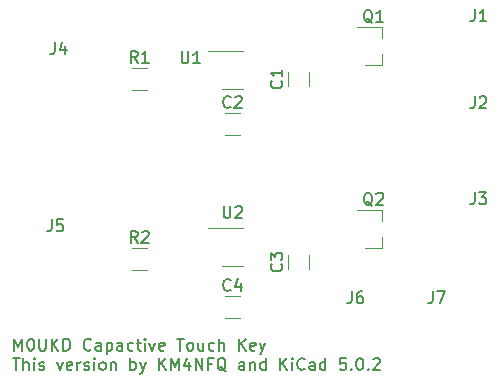
<source format=gbr>
G04 #@! TF.GenerationSoftware,KiCad,Pcbnew,5.0.2+dfsg1-1*
G04 #@! TF.CreationDate,2019-12-11T14:41:31-05:00*
G04 #@! TF.ProjectId,20191204captouchpaddles,32303139-3132-4303-9463-6170746f7563,rev?*
G04 #@! TF.SameCoordinates,Original*
G04 #@! TF.FileFunction,Legend,Top*
G04 #@! TF.FilePolarity,Positive*
%FSLAX46Y46*%
G04 Gerber Fmt 4.6, Leading zero omitted, Abs format (unit mm)*
G04 Created by KiCad (PCBNEW 5.0.2+dfsg1-1) date Wed 11 Dec 2019 02:41:31 PM EST*
%MOMM*%
%LPD*%
G01*
G04 APERTURE LIST*
%ADD10C,0.150000*%
%ADD11C,0.120000*%
G04 APERTURE END LIST*
D10*
X139273595Y-113927380D02*
X139273595Y-112927380D01*
X139606928Y-113641666D01*
X139940261Y-112927380D01*
X139940261Y-113927380D01*
X140606928Y-112927380D02*
X140702166Y-112927380D01*
X140797404Y-112975000D01*
X140845023Y-113022619D01*
X140892642Y-113117857D01*
X140940261Y-113308333D01*
X140940261Y-113546428D01*
X140892642Y-113736904D01*
X140845023Y-113832142D01*
X140797404Y-113879761D01*
X140702166Y-113927380D01*
X140606928Y-113927380D01*
X140511690Y-113879761D01*
X140464071Y-113832142D01*
X140416452Y-113736904D01*
X140368833Y-113546428D01*
X140368833Y-113308333D01*
X140416452Y-113117857D01*
X140464071Y-113022619D01*
X140511690Y-112975000D01*
X140606928Y-112927380D01*
X141368833Y-112927380D02*
X141368833Y-113736904D01*
X141416452Y-113832142D01*
X141464071Y-113879761D01*
X141559309Y-113927380D01*
X141749785Y-113927380D01*
X141845023Y-113879761D01*
X141892642Y-113832142D01*
X141940261Y-113736904D01*
X141940261Y-112927380D01*
X142416452Y-113927380D02*
X142416452Y-112927380D01*
X142987880Y-113927380D02*
X142559309Y-113355952D01*
X142987880Y-112927380D02*
X142416452Y-113498809D01*
X143416452Y-113927380D02*
X143416452Y-112927380D01*
X143654547Y-112927380D01*
X143797404Y-112975000D01*
X143892642Y-113070238D01*
X143940261Y-113165476D01*
X143987880Y-113355952D01*
X143987880Y-113498809D01*
X143940261Y-113689285D01*
X143892642Y-113784523D01*
X143797404Y-113879761D01*
X143654547Y-113927380D01*
X143416452Y-113927380D01*
X145749785Y-113832142D02*
X145702166Y-113879761D01*
X145559309Y-113927380D01*
X145464071Y-113927380D01*
X145321214Y-113879761D01*
X145225976Y-113784523D01*
X145178357Y-113689285D01*
X145130738Y-113498809D01*
X145130738Y-113355952D01*
X145178357Y-113165476D01*
X145225976Y-113070238D01*
X145321214Y-112975000D01*
X145464071Y-112927380D01*
X145559309Y-112927380D01*
X145702166Y-112975000D01*
X145749785Y-113022619D01*
X146606928Y-113927380D02*
X146606928Y-113403571D01*
X146559309Y-113308333D01*
X146464071Y-113260714D01*
X146273595Y-113260714D01*
X146178357Y-113308333D01*
X146606928Y-113879761D02*
X146511690Y-113927380D01*
X146273595Y-113927380D01*
X146178357Y-113879761D01*
X146130738Y-113784523D01*
X146130738Y-113689285D01*
X146178357Y-113594047D01*
X146273595Y-113546428D01*
X146511690Y-113546428D01*
X146606928Y-113498809D01*
X147083119Y-113260714D02*
X147083119Y-114260714D01*
X147083119Y-113308333D02*
X147178357Y-113260714D01*
X147368833Y-113260714D01*
X147464071Y-113308333D01*
X147511690Y-113355952D01*
X147559309Y-113451190D01*
X147559309Y-113736904D01*
X147511690Y-113832142D01*
X147464071Y-113879761D01*
X147368833Y-113927380D01*
X147178357Y-113927380D01*
X147083119Y-113879761D01*
X148416452Y-113927380D02*
X148416452Y-113403571D01*
X148368833Y-113308333D01*
X148273595Y-113260714D01*
X148083119Y-113260714D01*
X147987880Y-113308333D01*
X148416452Y-113879761D02*
X148321214Y-113927380D01*
X148083119Y-113927380D01*
X147987880Y-113879761D01*
X147940261Y-113784523D01*
X147940261Y-113689285D01*
X147987880Y-113594047D01*
X148083119Y-113546428D01*
X148321214Y-113546428D01*
X148416452Y-113498809D01*
X149321214Y-113879761D02*
X149225976Y-113927380D01*
X149035500Y-113927380D01*
X148940261Y-113879761D01*
X148892642Y-113832142D01*
X148845023Y-113736904D01*
X148845023Y-113451190D01*
X148892642Y-113355952D01*
X148940261Y-113308333D01*
X149035500Y-113260714D01*
X149225976Y-113260714D01*
X149321214Y-113308333D01*
X149606928Y-113260714D02*
X149987880Y-113260714D01*
X149749785Y-112927380D02*
X149749785Y-113784523D01*
X149797404Y-113879761D01*
X149892642Y-113927380D01*
X149987880Y-113927380D01*
X150321214Y-113927380D02*
X150321214Y-113260714D01*
X150321214Y-112927380D02*
X150273595Y-112975000D01*
X150321214Y-113022619D01*
X150368833Y-112975000D01*
X150321214Y-112927380D01*
X150321214Y-113022619D01*
X150702166Y-113260714D02*
X150940261Y-113927380D01*
X151178357Y-113260714D01*
X151940261Y-113879761D02*
X151845023Y-113927380D01*
X151654547Y-113927380D01*
X151559309Y-113879761D01*
X151511690Y-113784523D01*
X151511690Y-113403571D01*
X151559309Y-113308333D01*
X151654547Y-113260714D01*
X151845023Y-113260714D01*
X151940261Y-113308333D01*
X151987880Y-113403571D01*
X151987880Y-113498809D01*
X151511690Y-113594047D01*
X153035500Y-112927380D02*
X153606928Y-112927380D01*
X153321214Y-113927380D02*
X153321214Y-112927380D01*
X154083119Y-113927380D02*
X153987880Y-113879761D01*
X153940261Y-113832142D01*
X153892642Y-113736904D01*
X153892642Y-113451190D01*
X153940261Y-113355952D01*
X153987880Y-113308333D01*
X154083119Y-113260714D01*
X154225976Y-113260714D01*
X154321214Y-113308333D01*
X154368833Y-113355952D01*
X154416452Y-113451190D01*
X154416452Y-113736904D01*
X154368833Y-113832142D01*
X154321214Y-113879761D01*
X154225976Y-113927380D01*
X154083119Y-113927380D01*
X155273595Y-113260714D02*
X155273595Y-113927380D01*
X154845023Y-113260714D02*
X154845023Y-113784523D01*
X154892642Y-113879761D01*
X154987880Y-113927380D01*
X155130738Y-113927380D01*
X155225976Y-113879761D01*
X155273595Y-113832142D01*
X156178357Y-113879761D02*
X156083119Y-113927380D01*
X155892642Y-113927380D01*
X155797404Y-113879761D01*
X155749785Y-113832142D01*
X155702166Y-113736904D01*
X155702166Y-113451190D01*
X155749785Y-113355952D01*
X155797404Y-113308333D01*
X155892642Y-113260714D01*
X156083119Y-113260714D01*
X156178357Y-113308333D01*
X156606928Y-113927380D02*
X156606928Y-112927380D01*
X157035500Y-113927380D02*
X157035500Y-113403571D01*
X156987880Y-113308333D01*
X156892642Y-113260714D01*
X156749785Y-113260714D01*
X156654547Y-113308333D01*
X156606928Y-113355952D01*
X158273595Y-113927380D02*
X158273595Y-112927380D01*
X158845023Y-113927380D02*
X158416452Y-113355952D01*
X158845023Y-112927380D02*
X158273595Y-113498809D01*
X159654547Y-113879761D02*
X159559309Y-113927380D01*
X159368833Y-113927380D01*
X159273595Y-113879761D01*
X159225976Y-113784523D01*
X159225976Y-113403571D01*
X159273595Y-113308333D01*
X159368833Y-113260714D01*
X159559309Y-113260714D01*
X159654547Y-113308333D01*
X159702166Y-113403571D01*
X159702166Y-113498809D01*
X159225976Y-113594047D01*
X160035500Y-113260714D02*
X160273595Y-113927380D01*
X160511690Y-113260714D02*
X160273595Y-113927380D01*
X160178357Y-114165476D01*
X160130738Y-114213095D01*
X160035500Y-114260714D01*
X139130738Y-114577380D02*
X139702166Y-114577380D01*
X139416452Y-115577380D02*
X139416452Y-114577380D01*
X140035500Y-115577380D02*
X140035500Y-114577380D01*
X140464071Y-115577380D02*
X140464071Y-115053571D01*
X140416452Y-114958333D01*
X140321214Y-114910714D01*
X140178357Y-114910714D01*
X140083119Y-114958333D01*
X140035500Y-115005952D01*
X140940261Y-115577380D02*
X140940261Y-114910714D01*
X140940261Y-114577380D02*
X140892642Y-114625000D01*
X140940261Y-114672619D01*
X140987880Y-114625000D01*
X140940261Y-114577380D01*
X140940261Y-114672619D01*
X141368833Y-115529761D02*
X141464071Y-115577380D01*
X141654547Y-115577380D01*
X141749785Y-115529761D01*
X141797404Y-115434523D01*
X141797404Y-115386904D01*
X141749785Y-115291666D01*
X141654547Y-115244047D01*
X141511690Y-115244047D01*
X141416452Y-115196428D01*
X141368833Y-115101190D01*
X141368833Y-115053571D01*
X141416452Y-114958333D01*
X141511690Y-114910714D01*
X141654547Y-114910714D01*
X141749785Y-114958333D01*
X142892642Y-114910714D02*
X143130738Y-115577380D01*
X143368833Y-114910714D01*
X144130738Y-115529761D02*
X144035500Y-115577380D01*
X143845023Y-115577380D01*
X143749785Y-115529761D01*
X143702166Y-115434523D01*
X143702166Y-115053571D01*
X143749785Y-114958333D01*
X143845023Y-114910714D01*
X144035500Y-114910714D01*
X144130738Y-114958333D01*
X144178357Y-115053571D01*
X144178357Y-115148809D01*
X143702166Y-115244047D01*
X144606928Y-115577380D02*
X144606928Y-114910714D01*
X144606928Y-115101190D02*
X144654547Y-115005952D01*
X144702166Y-114958333D01*
X144797404Y-114910714D01*
X144892642Y-114910714D01*
X145178357Y-115529761D02*
X145273595Y-115577380D01*
X145464071Y-115577380D01*
X145559309Y-115529761D01*
X145606928Y-115434523D01*
X145606928Y-115386904D01*
X145559309Y-115291666D01*
X145464071Y-115244047D01*
X145321214Y-115244047D01*
X145225976Y-115196428D01*
X145178357Y-115101190D01*
X145178357Y-115053571D01*
X145225976Y-114958333D01*
X145321214Y-114910714D01*
X145464071Y-114910714D01*
X145559309Y-114958333D01*
X146035500Y-115577380D02*
X146035500Y-114910714D01*
X146035500Y-114577380D02*
X145987880Y-114625000D01*
X146035500Y-114672619D01*
X146083119Y-114625000D01*
X146035500Y-114577380D01*
X146035500Y-114672619D01*
X146654547Y-115577380D02*
X146559309Y-115529761D01*
X146511690Y-115482142D01*
X146464071Y-115386904D01*
X146464071Y-115101190D01*
X146511690Y-115005952D01*
X146559309Y-114958333D01*
X146654547Y-114910714D01*
X146797404Y-114910714D01*
X146892642Y-114958333D01*
X146940261Y-115005952D01*
X146987880Y-115101190D01*
X146987880Y-115386904D01*
X146940261Y-115482142D01*
X146892642Y-115529761D01*
X146797404Y-115577380D01*
X146654547Y-115577380D01*
X147416452Y-114910714D02*
X147416452Y-115577380D01*
X147416452Y-115005952D02*
X147464071Y-114958333D01*
X147559309Y-114910714D01*
X147702166Y-114910714D01*
X147797404Y-114958333D01*
X147845023Y-115053571D01*
X147845023Y-115577380D01*
X149083119Y-115577380D02*
X149083119Y-114577380D01*
X149083119Y-114958333D02*
X149178357Y-114910714D01*
X149368833Y-114910714D01*
X149464071Y-114958333D01*
X149511690Y-115005952D01*
X149559309Y-115101190D01*
X149559309Y-115386904D01*
X149511690Y-115482142D01*
X149464071Y-115529761D01*
X149368833Y-115577380D01*
X149178357Y-115577380D01*
X149083119Y-115529761D01*
X149892642Y-114910714D02*
X150130738Y-115577380D01*
X150368833Y-114910714D02*
X150130738Y-115577380D01*
X150035500Y-115815476D01*
X149987880Y-115863095D01*
X149892642Y-115910714D01*
X151511690Y-115577380D02*
X151511690Y-114577380D01*
X152083119Y-115577380D02*
X151654547Y-115005952D01*
X152083119Y-114577380D02*
X151511690Y-115148809D01*
X152511690Y-115577380D02*
X152511690Y-114577380D01*
X152845023Y-115291666D01*
X153178357Y-114577380D01*
X153178357Y-115577380D01*
X154083119Y-114910714D02*
X154083119Y-115577380D01*
X153845023Y-114529761D02*
X153606928Y-115244047D01*
X154225976Y-115244047D01*
X154606928Y-115577380D02*
X154606928Y-114577380D01*
X155178357Y-115577380D01*
X155178357Y-114577380D01*
X155987880Y-115053571D02*
X155654547Y-115053571D01*
X155654547Y-115577380D02*
X155654547Y-114577380D01*
X156130738Y-114577380D01*
X157178357Y-115672619D02*
X157083119Y-115625000D01*
X156987880Y-115529761D01*
X156845023Y-115386904D01*
X156749785Y-115339285D01*
X156654547Y-115339285D01*
X156702166Y-115577380D02*
X156606928Y-115529761D01*
X156511690Y-115434523D01*
X156464071Y-115244047D01*
X156464071Y-114910714D01*
X156511690Y-114720238D01*
X156606928Y-114625000D01*
X156702166Y-114577380D01*
X156892642Y-114577380D01*
X156987880Y-114625000D01*
X157083119Y-114720238D01*
X157130738Y-114910714D01*
X157130738Y-115244047D01*
X157083119Y-115434523D01*
X156987880Y-115529761D01*
X156892642Y-115577380D01*
X156702166Y-115577380D01*
X158749785Y-115577380D02*
X158749785Y-115053571D01*
X158702166Y-114958333D01*
X158606928Y-114910714D01*
X158416452Y-114910714D01*
X158321214Y-114958333D01*
X158749785Y-115529761D02*
X158654547Y-115577380D01*
X158416452Y-115577380D01*
X158321214Y-115529761D01*
X158273595Y-115434523D01*
X158273595Y-115339285D01*
X158321214Y-115244047D01*
X158416452Y-115196428D01*
X158654547Y-115196428D01*
X158749785Y-115148809D01*
X159225976Y-114910714D02*
X159225976Y-115577380D01*
X159225976Y-115005952D02*
X159273595Y-114958333D01*
X159368833Y-114910714D01*
X159511690Y-114910714D01*
X159606928Y-114958333D01*
X159654547Y-115053571D01*
X159654547Y-115577380D01*
X160559309Y-115577380D02*
X160559309Y-114577380D01*
X160559309Y-115529761D02*
X160464071Y-115577380D01*
X160273595Y-115577380D01*
X160178357Y-115529761D01*
X160130738Y-115482142D01*
X160083119Y-115386904D01*
X160083119Y-115101190D01*
X160130738Y-115005952D01*
X160178357Y-114958333D01*
X160273595Y-114910714D01*
X160464071Y-114910714D01*
X160559309Y-114958333D01*
X161797404Y-115577380D02*
X161797404Y-114577380D01*
X162368833Y-115577380D02*
X161940261Y-115005952D01*
X162368833Y-114577380D02*
X161797404Y-115148809D01*
X162797404Y-115577380D02*
X162797404Y-114910714D01*
X162797404Y-114577380D02*
X162749785Y-114625000D01*
X162797404Y-114672619D01*
X162845023Y-114625000D01*
X162797404Y-114577380D01*
X162797404Y-114672619D01*
X163845023Y-115482142D02*
X163797404Y-115529761D01*
X163654547Y-115577380D01*
X163559309Y-115577380D01*
X163416452Y-115529761D01*
X163321214Y-115434523D01*
X163273595Y-115339285D01*
X163225976Y-115148809D01*
X163225976Y-115005952D01*
X163273595Y-114815476D01*
X163321214Y-114720238D01*
X163416452Y-114625000D01*
X163559309Y-114577380D01*
X163654547Y-114577380D01*
X163797404Y-114625000D01*
X163845023Y-114672619D01*
X164702166Y-115577380D02*
X164702166Y-115053571D01*
X164654547Y-114958333D01*
X164559309Y-114910714D01*
X164368833Y-114910714D01*
X164273595Y-114958333D01*
X164702166Y-115529761D02*
X164606928Y-115577380D01*
X164368833Y-115577380D01*
X164273595Y-115529761D01*
X164225976Y-115434523D01*
X164225976Y-115339285D01*
X164273595Y-115244047D01*
X164368833Y-115196428D01*
X164606928Y-115196428D01*
X164702166Y-115148809D01*
X165606928Y-115577380D02*
X165606928Y-114577380D01*
X165606928Y-115529761D02*
X165511690Y-115577380D01*
X165321214Y-115577380D01*
X165225976Y-115529761D01*
X165178357Y-115482142D01*
X165130738Y-115386904D01*
X165130738Y-115101190D01*
X165178357Y-115005952D01*
X165225976Y-114958333D01*
X165321214Y-114910714D01*
X165511690Y-114910714D01*
X165606928Y-114958333D01*
X167321214Y-114577380D02*
X166845023Y-114577380D01*
X166797404Y-115053571D01*
X166845023Y-115005952D01*
X166940261Y-114958333D01*
X167178357Y-114958333D01*
X167273595Y-115005952D01*
X167321214Y-115053571D01*
X167368833Y-115148809D01*
X167368833Y-115386904D01*
X167321214Y-115482142D01*
X167273595Y-115529761D01*
X167178357Y-115577380D01*
X166940261Y-115577380D01*
X166845023Y-115529761D01*
X166797404Y-115482142D01*
X167797404Y-115482142D02*
X167845023Y-115529761D01*
X167797404Y-115577380D01*
X167749785Y-115529761D01*
X167797404Y-115482142D01*
X167797404Y-115577380D01*
X168464071Y-114577380D02*
X168559309Y-114577380D01*
X168654547Y-114625000D01*
X168702166Y-114672619D01*
X168749785Y-114767857D01*
X168797404Y-114958333D01*
X168797404Y-115196428D01*
X168749785Y-115386904D01*
X168702166Y-115482142D01*
X168654547Y-115529761D01*
X168559309Y-115577380D01*
X168464071Y-115577380D01*
X168368833Y-115529761D01*
X168321214Y-115482142D01*
X168273595Y-115386904D01*
X168225976Y-115196428D01*
X168225976Y-114958333D01*
X168273595Y-114767857D01*
X168321214Y-114672619D01*
X168368833Y-114625000D01*
X168464071Y-114577380D01*
X169225976Y-115482142D02*
X169273595Y-115529761D01*
X169225976Y-115577380D01*
X169178357Y-115529761D01*
X169225976Y-115482142D01*
X169225976Y-115577380D01*
X169654547Y-114672619D02*
X169702166Y-114625000D01*
X169797404Y-114577380D01*
X170035500Y-114577380D01*
X170130738Y-114625000D01*
X170178357Y-114672619D01*
X170225976Y-114767857D01*
X170225976Y-114863095D01*
X170178357Y-115005952D01*
X169606928Y-115577380D01*
X170225976Y-115577380D01*
D11*
G04 #@! TO.C,C1*
X164232000Y-91534064D02*
X164232000Y-90329936D01*
X162412000Y-91534064D02*
X162412000Y-90329936D01*
G04 #@! TO.C,C2*
X157131936Y-93832000D02*
X158336064Y-93832000D01*
X157131936Y-95652000D02*
X158336064Y-95652000D01*
G04 #@! TO.C,C3*
X164232000Y-107028064D02*
X164232000Y-105823936D01*
X162412000Y-107028064D02*
X162412000Y-105823936D01*
G04 #@! TO.C,C4*
X157131936Y-109326000D02*
X158336064Y-109326000D01*
X157131936Y-111146000D02*
X158336064Y-111146000D01*
G04 #@! TO.C,Q1*
X170432000Y-89718000D02*
X168972000Y-89718000D01*
X170432000Y-86558000D02*
X168272000Y-86558000D01*
X170432000Y-86558000D02*
X170432000Y-87488000D01*
X170432000Y-89718000D02*
X170432000Y-88788000D01*
G04 #@! TO.C,Q2*
X170432000Y-105212000D02*
X170432000Y-104282000D01*
X170432000Y-102052000D02*
X170432000Y-102982000D01*
X170432000Y-102052000D02*
X168272000Y-102052000D01*
X170432000Y-105212000D02*
X168972000Y-105212000D01*
G04 #@! TO.C,R1*
X149257936Y-90022000D02*
X150462064Y-90022000D01*
X149257936Y-91842000D02*
X150462064Y-91842000D01*
G04 #@! TO.C,R2*
X149257936Y-107082000D02*
X150462064Y-107082000D01*
X149257936Y-105262000D02*
X150462064Y-105262000D01*
G04 #@! TO.C,U1*
X156834000Y-91780000D02*
X158634000Y-91780000D01*
X158634000Y-88560000D02*
X155684000Y-88560000D01*
G04 #@! TO.C,U2*
X158634000Y-103546000D02*
X155684000Y-103546000D01*
X156834000Y-106766000D02*
X158634000Y-106766000D01*
G04 #@! TO.C,C1*
D10*
X161859142Y-91098666D02*
X161906761Y-91146285D01*
X161954380Y-91289142D01*
X161954380Y-91384380D01*
X161906761Y-91527238D01*
X161811523Y-91622476D01*
X161716285Y-91670095D01*
X161525809Y-91717714D01*
X161382952Y-91717714D01*
X161192476Y-91670095D01*
X161097238Y-91622476D01*
X161002000Y-91527238D01*
X160954380Y-91384380D01*
X160954380Y-91289142D01*
X161002000Y-91146285D01*
X161049619Y-91098666D01*
X161954380Y-90146285D02*
X161954380Y-90717714D01*
X161954380Y-90432000D02*
X160954380Y-90432000D01*
X161097238Y-90527238D01*
X161192476Y-90622476D01*
X161240095Y-90717714D01*
G04 #@! TO.C,C2*
X157567333Y-93279142D02*
X157519714Y-93326761D01*
X157376857Y-93374380D01*
X157281619Y-93374380D01*
X157138761Y-93326761D01*
X157043523Y-93231523D01*
X156995904Y-93136285D01*
X156948285Y-92945809D01*
X156948285Y-92802952D01*
X156995904Y-92612476D01*
X157043523Y-92517238D01*
X157138761Y-92422000D01*
X157281619Y-92374380D01*
X157376857Y-92374380D01*
X157519714Y-92422000D01*
X157567333Y-92469619D01*
X157948285Y-92469619D02*
X157995904Y-92422000D01*
X158091142Y-92374380D01*
X158329238Y-92374380D01*
X158424476Y-92422000D01*
X158472095Y-92469619D01*
X158519714Y-92564857D01*
X158519714Y-92660095D01*
X158472095Y-92802952D01*
X157900666Y-93374380D01*
X158519714Y-93374380D01*
G04 #@! TO.C,C3*
X161859142Y-106592666D02*
X161906761Y-106640285D01*
X161954380Y-106783142D01*
X161954380Y-106878380D01*
X161906761Y-107021238D01*
X161811523Y-107116476D01*
X161716285Y-107164095D01*
X161525809Y-107211714D01*
X161382952Y-107211714D01*
X161192476Y-107164095D01*
X161097238Y-107116476D01*
X161002000Y-107021238D01*
X160954380Y-106878380D01*
X160954380Y-106783142D01*
X161002000Y-106640285D01*
X161049619Y-106592666D01*
X160954380Y-106259333D02*
X160954380Y-105640285D01*
X161335333Y-105973619D01*
X161335333Y-105830761D01*
X161382952Y-105735523D01*
X161430571Y-105687904D01*
X161525809Y-105640285D01*
X161763904Y-105640285D01*
X161859142Y-105687904D01*
X161906761Y-105735523D01*
X161954380Y-105830761D01*
X161954380Y-106116476D01*
X161906761Y-106211714D01*
X161859142Y-106259333D01*
G04 #@! TO.C,C4*
X157567333Y-108773142D02*
X157519714Y-108820761D01*
X157376857Y-108868380D01*
X157281619Y-108868380D01*
X157138761Y-108820761D01*
X157043523Y-108725523D01*
X156995904Y-108630285D01*
X156948285Y-108439809D01*
X156948285Y-108296952D01*
X156995904Y-108106476D01*
X157043523Y-108011238D01*
X157138761Y-107916000D01*
X157281619Y-107868380D01*
X157376857Y-107868380D01*
X157519714Y-107916000D01*
X157567333Y-107963619D01*
X158424476Y-108201714D02*
X158424476Y-108868380D01*
X158186380Y-107820761D02*
X157948285Y-108535047D01*
X158567333Y-108535047D01*
G04 #@! TO.C,J1*
X178228666Y-85050380D02*
X178228666Y-85764666D01*
X178181047Y-85907523D01*
X178085809Y-86002761D01*
X177942952Y-86050380D01*
X177847714Y-86050380D01*
X179228666Y-86050380D02*
X178657238Y-86050380D01*
X178942952Y-86050380D02*
X178942952Y-85050380D01*
X178847714Y-85193238D01*
X178752476Y-85288476D01*
X178657238Y-85336095D01*
G04 #@! TO.C,J2*
X178228666Y-92416380D02*
X178228666Y-93130666D01*
X178181047Y-93273523D01*
X178085809Y-93368761D01*
X177942952Y-93416380D01*
X177847714Y-93416380D01*
X178657238Y-92511619D02*
X178704857Y-92464000D01*
X178800095Y-92416380D01*
X179038190Y-92416380D01*
X179133428Y-92464000D01*
X179181047Y-92511619D01*
X179228666Y-92606857D01*
X179228666Y-92702095D01*
X179181047Y-92844952D01*
X178609619Y-93416380D01*
X179228666Y-93416380D01*
G04 #@! TO.C,J3*
X178228666Y-100544380D02*
X178228666Y-101258666D01*
X178181047Y-101401523D01*
X178085809Y-101496761D01*
X177942952Y-101544380D01*
X177847714Y-101544380D01*
X178609619Y-100544380D02*
X179228666Y-100544380D01*
X178895333Y-100925333D01*
X179038190Y-100925333D01*
X179133428Y-100972952D01*
X179181047Y-101020571D01*
X179228666Y-101115809D01*
X179228666Y-101353904D01*
X179181047Y-101449142D01*
X179133428Y-101496761D01*
X179038190Y-101544380D01*
X178752476Y-101544380D01*
X178657238Y-101496761D01*
X178609619Y-101449142D01*
G04 #@! TO.C,J4*
X142668666Y-87844380D02*
X142668666Y-88558666D01*
X142621047Y-88701523D01*
X142525809Y-88796761D01*
X142382952Y-88844380D01*
X142287714Y-88844380D01*
X143573428Y-88177714D02*
X143573428Y-88844380D01*
X143335333Y-87796761D02*
X143097238Y-88511047D01*
X143716285Y-88511047D01*
G04 #@! TO.C,J5*
X142414666Y-102830380D02*
X142414666Y-103544666D01*
X142367047Y-103687523D01*
X142271809Y-103782761D01*
X142128952Y-103830380D01*
X142033714Y-103830380D01*
X143367047Y-102830380D02*
X142890857Y-102830380D01*
X142843238Y-103306571D01*
X142890857Y-103258952D01*
X142986095Y-103211333D01*
X143224190Y-103211333D01*
X143319428Y-103258952D01*
X143367047Y-103306571D01*
X143414666Y-103401809D01*
X143414666Y-103639904D01*
X143367047Y-103735142D01*
X143319428Y-103782761D01*
X143224190Y-103830380D01*
X142986095Y-103830380D01*
X142890857Y-103782761D01*
X142843238Y-103735142D01*
G04 #@! TO.C,J6*
X167814666Y-108926380D02*
X167814666Y-109640666D01*
X167767047Y-109783523D01*
X167671809Y-109878761D01*
X167528952Y-109926380D01*
X167433714Y-109926380D01*
X168719428Y-108926380D02*
X168528952Y-108926380D01*
X168433714Y-108974000D01*
X168386095Y-109021619D01*
X168290857Y-109164476D01*
X168243238Y-109354952D01*
X168243238Y-109735904D01*
X168290857Y-109831142D01*
X168338476Y-109878761D01*
X168433714Y-109926380D01*
X168624190Y-109926380D01*
X168719428Y-109878761D01*
X168767047Y-109831142D01*
X168814666Y-109735904D01*
X168814666Y-109497809D01*
X168767047Y-109402571D01*
X168719428Y-109354952D01*
X168624190Y-109307333D01*
X168433714Y-109307333D01*
X168338476Y-109354952D01*
X168290857Y-109402571D01*
X168243238Y-109497809D01*
G04 #@! TO.C,J7*
X174672666Y-108926380D02*
X174672666Y-109640666D01*
X174625047Y-109783523D01*
X174529809Y-109878761D01*
X174386952Y-109926380D01*
X174291714Y-109926380D01*
X175053619Y-108926380D02*
X175720285Y-108926380D01*
X175291714Y-109926380D01*
G04 #@! TO.C,Q1*
X169576761Y-86185619D02*
X169481523Y-86138000D01*
X169386285Y-86042761D01*
X169243428Y-85899904D01*
X169148190Y-85852285D01*
X169052952Y-85852285D01*
X169100571Y-86090380D02*
X169005333Y-86042761D01*
X168910095Y-85947523D01*
X168862476Y-85757047D01*
X168862476Y-85423714D01*
X168910095Y-85233238D01*
X169005333Y-85138000D01*
X169100571Y-85090380D01*
X169291047Y-85090380D01*
X169386285Y-85138000D01*
X169481523Y-85233238D01*
X169529142Y-85423714D01*
X169529142Y-85757047D01*
X169481523Y-85947523D01*
X169386285Y-86042761D01*
X169291047Y-86090380D01*
X169100571Y-86090380D01*
X170481523Y-86090380D02*
X169910095Y-86090380D01*
X170195809Y-86090380D02*
X170195809Y-85090380D01*
X170100571Y-85233238D01*
X170005333Y-85328476D01*
X169910095Y-85376095D01*
G04 #@! TO.C,Q2*
X169576761Y-101679619D02*
X169481523Y-101632000D01*
X169386285Y-101536761D01*
X169243428Y-101393904D01*
X169148190Y-101346285D01*
X169052952Y-101346285D01*
X169100571Y-101584380D02*
X169005333Y-101536761D01*
X168910095Y-101441523D01*
X168862476Y-101251047D01*
X168862476Y-100917714D01*
X168910095Y-100727238D01*
X169005333Y-100632000D01*
X169100571Y-100584380D01*
X169291047Y-100584380D01*
X169386285Y-100632000D01*
X169481523Y-100727238D01*
X169529142Y-100917714D01*
X169529142Y-101251047D01*
X169481523Y-101441523D01*
X169386285Y-101536761D01*
X169291047Y-101584380D01*
X169100571Y-101584380D01*
X169910095Y-100679619D02*
X169957714Y-100632000D01*
X170052952Y-100584380D01*
X170291047Y-100584380D01*
X170386285Y-100632000D01*
X170433904Y-100679619D01*
X170481523Y-100774857D01*
X170481523Y-100870095D01*
X170433904Y-101012952D01*
X169862476Y-101584380D01*
X170481523Y-101584380D01*
G04 #@! TO.C,R1*
X149693333Y-89564380D02*
X149360000Y-89088190D01*
X149121904Y-89564380D02*
X149121904Y-88564380D01*
X149502857Y-88564380D01*
X149598095Y-88612000D01*
X149645714Y-88659619D01*
X149693333Y-88754857D01*
X149693333Y-88897714D01*
X149645714Y-88992952D01*
X149598095Y-89040571D01*
X149502857Y-89088190D01*
X149121904Y-89088190D01*
X150645714Y-89564380D02*
X150074285Y-89564380D01*
X150360000Y-89564380D02*
X150360000Y-88564380D01*
X150264761Y-88707238D01*
X150169523Y-88802476D01*
X150074285Y-88850095D01*
G04 #@! TO.C,R2*
X149693333Y-104804380D02*
X149360000Y-104328190D01*
X149121904Y-104804380D02*
X149121904Y-103804380D01*
X149502857Y-103804380D01*
X149598095Y-103852000D01*
X149645714Y-103899619D01*
X149693333Y-103994857D01*
X149693333Y-104137714D01*
X149645714Y-104232952D01*
X149598095Y-104280571D01*
X149502857Y-104328190D01*
X149121904Y-104328190D01*
X150074285Y-103899619D02*
X150121904Y-103852000D01*
X150217142Y-103804380D01*
X150455238Y-103804380D01*
X150550476Y-103852000D01*
X150598095Y-103899619D01*
X150645714Y-103994857D01*
X150645714Y-104090095D01*
X150598095Y-104232952D01*
X150026666Y-104804380D01*
X150645714Y-104804380D01*
G04 #@! TO.C,U1*
X153416095Y-88606380D02*
X153416095Y-89415904D01*
X153463714Y-89511142D01*
X153511333Y-89558761D01*
X153606571Y-89606380D01*
X153797047Y-89606380D01*
X153892285Y-89558761D01*
X153939904Y-89511142D01*
X153987523Y-89415904D01*
X153987523Y-88606380D01*
X154987523Y-89606380D02*
X154416095Y-89606380D01*
X154701809Y-89606380D02*
X154701809Y-88606380D01*
X154606571Y-88749238D01*
X154511333Y-88844476D01*
X154416095Y-88892095D01*
G04 #@! TO.C,U2*
X156972095Y-101708380D02*
X156972095Y-102517904D01*
X157019714Y-102613142D01*
X157067333Y-102660761D01*
X157162571Y-102708380D01*
X157353047Y-102708380D01*
X157448285Y-102660761D01*
X157495904Y-102613142D01*
X157543523Y-102517904D01*
X157543523Y-101708380D01*
X157972095Y-101803619D02*
X158019714Y-101756000D01*
X158114952Y-101708380D01*
X158353047Y-101708380D01*
X158448285Y-101756000D01*
X158495904Y-101803619D01*
X158543523Y-101898857D01*
X158543523Y-101994095D01*
X158495904Y-102136952D01*
X157924476Y-102708380D01*
X158543523Y-102708380D01*
G04 #@! TD*
M02*

</source>
